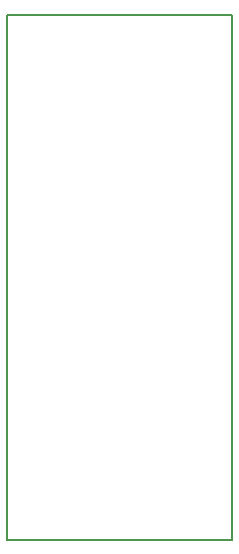
<source format=gm1>
G04 #@! TF.GenerationSoftware,KiCad,Pcbnew,(5.0.0)*
G04 #@! TF.CreationDate,2018-09-15T20:19:59-04:00*
G04 #@! TF.ProjectId,MotorPod Mini,4D6F746F72506F64204D696E692E6B69,rev?*
G04 #@! TF.SameCoordinates,Original*
G04 #@! TF.FileFunction,Profile,NP*
%FSLAX46Y46*%
G04 Gerber Fmt 4.6, Leading zero omitted, Abs format (unit mm)*
G04 Created by KiCad (PCBNEW (5.0.0)) date 09/15/18 20:19:59*
%MOMM*%
%LPD*%
G01*
G04 APERTURE LIST*
%ADD10C,0.200000*%
G04 APERTURE END LIST*
D10*
X186055000Y-90805000D02*
X186055000Y-46355000D01*
X205105000Y-90805000D02*
X186055000Y-90805000D01*
X205105000Y-46355000D02*
X205105000Y-90805000D01*
X186055000Y-46355000D02*
X205105000Y-46355000D01*
M02*

</source>
